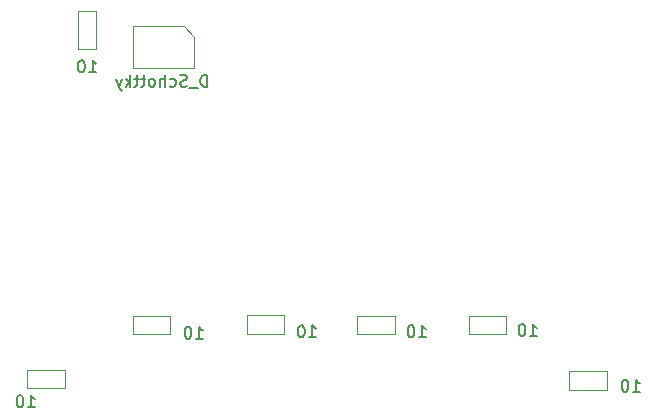
<source format=gbr>
G04 #@! TF.GenerationSoftware,KiCad,Pcbnew,5.1.5+dfsg1-2build2*
G04 #@! TF.CreationDate,2022-07-28T19:41:36+02:00*
G04 #@! TF.ProjectId,digital,64696769-7461-46c2-9e6b-696361645f70,rev?*
G04 #@! TF.SameCoordinates,Original*
G04 #@! TF.FileFunction,Other,Fab,Bot*
%FSLAX46Y46*%
G04 Gerber Fmt 4.6, Leading zero omitted, Abs format (unit mm)*
G04 Created by KiCad (PCBNEW 5.1.5+dfsg1-2build2) date 2022-07-28 19:41:36*
%MOMM*%
%LPD*%
G04 APERTURE LIST*
%ADD10C,0.100000*%
%ADD11C,0.150000*%
G04 APERTURE END LIST*
D10*
X122287500Y-122600000D02*
X122287500Y-124200000D01*
X122287500Y-124200000D02*
X125487500Y-124200000D01*
X125487500Y-124200000D02*
X125487500Y-122600000D01*
X125487500Y-122600000D02*
X122287500Y-122600000D01*
X80650000Y-95325000D02*
X82250000Y-95325000D01*
X82250000Y-95325000D02*
X82250000Y-92125000D01*
X82250000Y-92125000D02*
X80650000Y-92125000D01*
X80650000Y-92125000D02*
X80650000Y-95325000D01*
X85337500Y-93400000D02*
X89637500Y-93400000D01*
X89637500Y-93400000D02*
X90537500Y-94300000D01*
X90537500Y-94300000D02*
X90537500Y-97000000D01*
X90537500Y-97000000D02*
X85337500Y-97000000D01*
X85337500Y-97000000D02*
X85337500Y-93400000D01*
X116962500Y-117925000D02*
X113762500Y-117925000D01*
X116962500Y-119525000D02*
X116962500Y-117925000D01*
X113762500Y-119525000D02*
X116962500Y-119525000D01*
X113762500Y-117925000D02*
X113762500Y-119525000D01*
X104312500Y-117925000D02*
X104312500Y-119525000D01*
X104312500Y-119525000D02*
X107512500Y-119525000D01*
X107512500Y-119525000D02*
X107512500Y-117925000D01*
X107512500Y-117925000D02*
X104312500Y-117925000D01*
X98162500Y-117900000D02*
X94962500Y-117900000D01*
X98162500Y-119500000D02*
X98162500Y-117900000D01*
X94962500Y-119500000D02*
X98162500Y-119500000D01*
X94962500Y-117900000D02*
X94962500Y-119500000D01*
X85300000Y-117925000D02*
X85300000Y-119525000D01*
X85300000Y-119525000D02*
X88500000Y-119525000D01*
X88500000Y-119525000D02*
X88500000Y-117925000D01*
X88500000Y-117925000D02*
X85300000Y-117925000D01*
X79587500Y-122500000D02*
X76387500Y-122500000D01*
X79587500Y-124100000D02*
X79587500Y-122500000D01*
X76387500Y-124100000D02*
X79587500Y-124100000D01*
X76387500Y-122500000D02*
X76387500Y-124100000D01*
D11*
X127660476Y-124362380D02*
X128231904Y-124362380D01*
X127946190Y-124362380D02*
X127946190Y-123362380D01*
X128041428Y-123505238D01*
X128136666Y-123600476D01*
X128231904Y-123648095D01*
X127041428Y-123362380D02*
X126946190Y-123362380D01*
X126850952Y-123410000D01*
X126803333Y-123457619D01*
X126755714Y-123552857D01*
X126708095Y-123743333D01*
X126708095Y-123981428D01*
X126755714Y-124171904D01*
X126803333Y-124267142D01*
X126850952Y-124314761D01*
X126946190Y-124362380D01*
X127041428Y-124362380D01*
X127136666Y-124314761D01*
X127184285Y-124267142D01*
X127231904Y-124171904D01*
X127279523Y-123981428D01*
X127279523Y-123743333D01*
X127231904Y-123552857D01*
X127184285Y-123457619D01*
X127136666Y-123410000D01*
X127041428Y-123362380D01*
X81630476Y-97322380D02*
X82201904Y-97322380D01*
X81916190Y-97322380D02*
X81916190Y-96322380D01*
X82011428Y-96465238D01*
X82106666Y-96560476D01*
X82201904Y-96608095D01*
X81011428Y-96322380D02*
X80916190Y-96322380D01*
X80820952Y-96370000D01*
X80773333Y-96417619D01*
X80725714Y-96512857D01*
X80678095Y-96703333D01*
X80678095Y-96941428D01*
X80725714Y-97131904D01*
X80773333Y-97227142D01*
X80820952Y-97274761D01*
X80916190Y-97322380D01*
X81011428Y-97322380D01*
X81106666Y-97274761D01*
X81154285Y-97227142D01*
X81201904Y-97131904D01*
X81249523Y-96941428D01*
X81249523Y-96703333D01*
X81201904Y-96512857D01*
X81154285Y-96417619D01*
X81106666Y-96370000D01*
X81011428Y-96322380D01*
X91619523Y-98542380D02*
X91619523Y-97542380D01*
X91381428Y-97542380D01*
X91238571Y-97590000D01*
X91143333Y-97685238D01*
X91095714Y-97780476D01*
X91048095Y-97970952D01*
X91048095Y-98113809D01*
X91095714Y-98304285D01*
X91143333Y-98399523D01*
X91238571Y-98494761D01*
X91381428Y-98542380D01*
X91619523Y-98542380D01*
X90857619Y-98637619D02*
X90095714Y-98637619D01*
X89905238Y-98494761D02*
X89762380Y-98542380D01*
X89524285Y-98542380D01*
X89429047Y-98494761D01*
X89381428Y-98447142D01*
X89333809Y-98351904D01*
X89333809Y-98256666D01*
X89381428Y-98161428D01*
X89429047Y-98113809D01*
X89524285Y-98066190D01*
X89714761Y-98018571D01*
X89810000Y-97970952D01*
X89857619Y-97923333D01*
X89905238Y-97828095D01*
X89905238Y-97732857D01*
X89857619Y-97637619D01*
X89810000Y-97590000D01*
X89714761Y-97542380D01*
X89476666Y-97542380D01*
X89333809Y-97590000D01*
X88476666Y-98494761D02*
X88571904Y-98542380D01*
X88762380Y-98542380D01*
X88857619Y-98494761D01*
X88905238Y-98447142D01*
X88952857Y-98351904D01*
X88952857Y-98066190D01*
X88905238Y-97970952D01*
X88857619Y-97923333D01*
X88762380Y-97875714D01*
X88571904Y-97875714D01*
X88476666Y-97923333D01*
X88048095Y-98542380D02*
X88048095Y-97542380D01*
X87619523Y-98542380D02*
X87619523Y-98018571D01*
X87667142Y-97923333D01*
X87762380Y-97875714D01*
X87905238Y-97875714D01*
X88000476Y-97923333D01*
X88048095Y-97970952D01*
X87000476Y-98542380D02*
X87095714Y-98494761D01*
X87143333Y-98447142D01*
X87190952Y-98351904D01*
X87190952Y-98066190D01*
X87143333Y-97970952D01*
X87095714Y-97923333D01*
X87000476Y-97875714D01*
X86857619Y-97875714D01*
X86762380Y-97923333D01*
X86714761Y-97970952D01*
X86667142Y-98066190D01*
X86667142Y-98351904D01*
X86714761Y-98447142D01*
X86762380Y-98494761D01*
X86857619Y-98542380D01*
X87000476Y-98542380D01*
X86381428Y-97875714D02*
X86000476Y-97875714D01*
X86238571Y-97542380D02*
X86238571Y-98399523D01*
X86190952Y-98494761D01*
X86095714Y-98542380D01*
X86000476Y-98542380D01*
X85810000Y-97875714D02*
X85429047Y-97875714D01*
X85667142Y-97542380D02*
X85667142Y-98399523D01*
X85619523Y-98494761D01*
X85524285Y-98542380D01*
X85429047Y-98542380D01*
X85095714Y-98542380D02*
X85095714Y-97542380D01*
X85000476Y-98161428D02*
X84714761Y-98542380D01*
X84714761Y-97875714D02*
X85095714Y-98256666D01*
X84381428Y-97875714D02*
X84143333Y-98542380D01*
X83905238Y-97875714D02*
X84143333Y-98542380D01*
X84238571Y-98780476D01*
X84286190Y-98828095D01*
X84381428Y-98875714D01*
X118940476Y-119662380D02*
X119511904Y-119662380D01*
X119226190Y-119662380D02*
X119226190Y-118662380D01*
X119321428Y-118805238D01*
X119416666Y-118900476D01*
X119511904Y-118948095D01*
X118321428Y-118662380D02*
X118226190Y-118662380D01*
X118130952Y-118710000D01*
X118083333Y-118757619D01*
X118035714Y-118852857D01*
X117988095Y-119043333D01*
X117988095Y-119281428D01*
X118035714Y-119471904D01*
X118083333Y-119567142D01*
X118130952Y-119614761D01*
X118226190Y-119662380D01*
X118321428Y-119662380D01*
X118416666Y-119614761D01*
X118464285Y-119567142D01*
X118511904Y-119471904D01*
X118559523Y-119281428D01*
X118559523Y-119043333D01*
X118511904Y-118852857D01*
X118464285Y-118757619D01*
X118416666Y-118710000D01*
X118321428Y-118662380D01*
X109540476Y-119762380D02*
X110111904Y-119762380D01*
X109826190Y-119762380D02*
X109826190Y-118762380D01*
X109921428Y-118905238D01*
X110016666Y-119000476D01*
X110111904Y-119048095D01*
X108921428Y-118762380D02*
X108826190Y-118762380D01*
X108730952Y-118810000D01*
X108683333Y-118857619D01*
X108635714Y-118952857D01*
X108588095Y-119143333D01*
X108588095Y-119381428D01*
X108635714Y-119571904D01*
X108683333Y-119667142D01*
X108730952Y-119714761D01*
X108826190Y-119762380D01*
X108921428Y-119762380D01*
X109016666Y-119714761D01*
X109064285Y-119667142D01*
X109111904Y-119571904D01*
X109159523Y-119381428D01*
X109159523Y-119143333D01*
X109111904Y-118952857D01*
X109064285Y-118857619D01*
X109016666Y-118810000D01*
X108921428Y-118762380D01*
X100250476Y-119762380D02*
X100821904Y-119762380D01*
X100536190Y-119762380D02*
X100536190Y-118762380D01*
X100631428Y-118905238D01*
X100726666Y-119000476D01*
X100821904Y-119048095D01*
X99631428Y-118762380D02*
X99536190Y-118762380D01*
X99440952Y-118810000D01*
X99393333Y-118857619D01*
X99345714Y-118952857D01*
X99298095Y-119143333D01*
X99298095Y-119381428D01*
X99345714Y-119571904D01*
X99393333Y-119667142D01*
X99440952Y-119714761D01*
X99536190Y-119762380D01*
X99631428Y-119762380D01*
X99726666Y-119714761D01*
X99774285Y-119667142D01*
X99821904Y-119571904D01*
X99869523Y-119381428D01*
X99869523Y-119143333D01*
X99821904Y-118952857D01*
X99774285Y-118857619D01*
X99726666Y-118810000D01*
X99631428Y-118762380D01*
X90660476Y-119872380D02*
X91231904Y-119872380D01*
X90946190Y-119872380D02*
X90946190Y-118872380D01*
X91041428Y-119015238D01*
X91136666Y-119110476D01*
X91231904Y-119158095D01*
X90041428Y-118872380D02*
X89946190Y-118872380D01*
X89850952Y-118920000D01*
X89803333Y-118967619D01*
X89755714Y-119062857D01*
X89708095Y-119253333D01*
X89708095Y-119491428D01*
X89755714Y-119681904D01*
X89803333Y-119777142D01*
X89850952Y-119824761D01*
X89946190Y-119872380D01*
X90041428Y-119872380D01*
X90136666Y-119824761D01*
X90184285Y-119777142D01*
X90231904Y-119681904D01*
X90279523Y-119491428D01*
X90279523Y-119253333D01*
X90231904Y-119062857D01*
X90184285Y-118967619D01*
X90136666Y-118920000D01*
X90041428Y-118872380D01*
X76430476Y-125682380D02*
X77001904Y-125682380D01*
X76716190Y-125682380D02*
X76716190Y-124682380D01*
X76811428Y-124825238D01*
X76906666Y-124920476D01*
X77001904Y-124968095D01*
X75811428Y-124682380D02*
X75716190Y-124682380D01*
X75620952Y-124730000D01*
X75573333Y-124777619D01*
X75525714Y-124872857D01*
X75478095Y-125063333D01*
X75478095Y-125301428D01*
X75525714Y-125491904D01*
X75573333Y-125587142D01*
X75620952Y-125634761D01*
X75716190Y-125682380D01*
X75811428Y-125682380D01*
X75906666Y-125634761D01*
X75954285Y-125587142D01*
X76001904Y-125491904D01*
X76049523Y-125301428D01*
X76049523Y-125063333D01*
X76001904Y-124872857D01*
X75954285Y-124777619D01*
X75906666Y-124730000D01*
X75811428Y-124682380D01*
M02*

</source>
